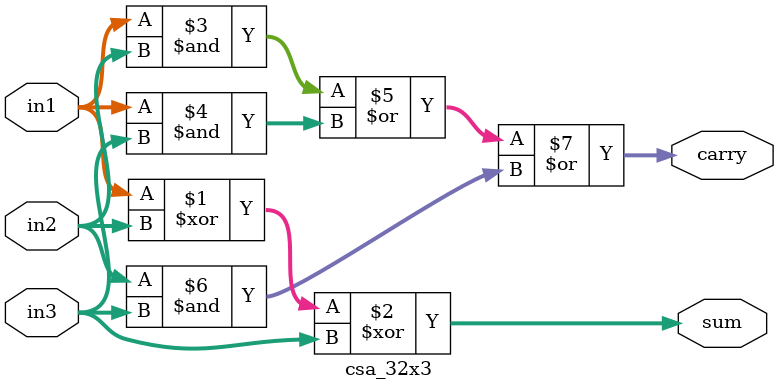
<source format=v>
/*
 * Copyright (c) 2021 Gabi Malka.
 * Licensed under the 2-clause BSD license, see LICENSE for details.
 * SPDX-License-Identifier: BSD-2-Clause
 */

// zuc core
//
//

module zuc_core (
  input wire 	      zc_clk,
  input wire 	      zc_reset,
  input wire [127:0]  zc_iv,
  input wire [127:0]  zc_key,
  input wire [7:0]    zc_cmd,
  input wire 	      zc_go, // Asserted after IK, IV are ready. Dropped after end of message input
  output wire [511:0] zc_lfsr,
  output reg 	      zc_lfsr_valid,
  output reg [31:0]   zc_keystream,
  output reg 	      zc_keystream_valid
  );

  localparam [7:0]
    ZC_CMD_CONF      = 8'h00,
    ZC_CMD_INTEG     = 8'h01;

  localparam [2:0]
    ZUC_CORE_IDLE       = 3'b000,
    ZUC_CORE_INIT       = 3'b001,
    ZUC_CORE_LFSRINIT   = 3'b010,
    ZUC_CORE_LFSRWORK   = 3'b011,
    ZUC_CORE_END        = 3'b100;

  reg [31:0] 	      lfsr_s0,lfsr_s1,lfsr_s2,lfsr_s3,lfsr_s4,lfsr_s5,lfsr_s6,lfsr_s7, 
		      lfsr_s8,lfsr_s9,lfsr_s10,lfsr_s11,lfsr_s12,lfsr_s13,lfsr_s14,lfsr_s15;
  reg [3:0] 	      zc_nstate;
  reg 		      zc_init;
  reg 		      zc_lfsrwithinit;
  
// iv & key elements
  wire [7:0] 	      zuc_iv15 = zc_iv[  7:  0];
  wire [7:0] 	      zuc_iv14 = zc_iv[ 15:  8];
  wire [7:0] 	      zuc_iv13 = zc_iv[ 23: 16];
  wire [7:0] 	      zuc_iv12 = zc_iv[ 31: 24];
  wire [7:0] 	      zuc_iv11 = zc_iv[ 39: 32];
  wire [7:0] 	      zuc_iv10 = zc_iv[ 47: 40];
  wire [7:0] 	      zuc_iv9  = zc_iv[ 55: 48];
  wire [7:0] 	      zuc_iv8  = zc_iv[ 63: 56];
  wire [7:0] 	      zuc_iv7  = zc_iv[ 71: 64];
  wire [7:0] 	      zuc_iv6  = zc_iv[ 79: 72];
  wire [7:0] 	      zuc_iv5  = zc_iv[ 87: 80];
  wire [7:0] 	      zuc_iv4  = zc_iv[ 95: 88];
  wire [7:0] 	      zuc_iv3  = zc_iv[103: 96];
  wire [7:0] 	      zuc_iv2  = zc_iv[111:104];
  wire [7:0] 	      zuc_iv1  = zc_iv[119:112];
  wire [7:0] 	      zuc_iv0  = zc_iv[127:120];

  wire [7:0] 	      zuc_k15  = zc_key[  7:  0];
  wire [7:0] 	      zuc_k14  = zc_key[ 15:  8];
  wire [7:0] 	      zuc_k13  = zc_key[ 23: 16];
  wire [7:0] 	      zuc_k12  = zc_key[ 31: 24];
  wire [7:0] 	      zuc_k11  = zc_key[ 39: 32];
  wire [7:0] 	      zuc_k10  = zc_key[ 47: 40];
  wire [7:0] 	      zuc_k9   = zc_key[ 55: 48];
  wire [7:0] 	      zuc_k8   = zc_key[ 63: 56];
  wire [7:0] 	      zuc_k7   = zc_key[ 71: 64];
  wire [7:0] 	      zuc_k6   = zc_key[ 79: 72];
  wire [7:0] 	      zuc_k5   = zc_key[ 87: 80];
  wire [7:0] 	      zuc_k4   = zc_key[ 95: 88];
  wire [7:0] 	      zuc_k3   = zc_key[103: 96];
  wire [7:0] 	      zuc_k2   = zc_key[111:104];
  wire [7:0] 	      zuc_k1   = zc_key[119:112];
  wire [7:0] 	      zuc_k0   = zc_key[127:120];

  reg 		      zc_goQ, zc_request;
  wire 		      zuc_req_validD;
  reg [5:0] 	      zc_lfsrinit_count;

  wire [31:0] br_x0, br_x1, br_x2, br_x3;
  wire [31:0] f_w_cond;

  reg [31:0] f_w, f_r1, f_r2;
  reg [31:0] f_w1, f_w2, f_u, f_ua, f_v, f_va, f_r1_D, f_r2_D;
  reg [7:0]  zuc_s00_in, zuc_s01_in, zuc_s02_in, zuc_s03_in, zuc_s10_in, zuc_s11_in, zuc_s12_in, zuc_s13_in;
  wire [7:0]  zuc_s00_out, zuc_s01_out, zuc_s02_out, zuc_s03_out, zuc_s10_out, zuc_s11_out, zuc_s12_out, zuc_s13_out;

  wire [31:0] lfsr_s15p15, lfsr_s13p17, lfsr_s10p21, lfsr_s4p20, lfsr_s0p8;
  wire [35:0] lfsr_s16_sum, lfsr_s16_carry;
  reg [35:0]  lfsr_s16_sc1;
  reg [31:0]  lfsr_s16_sc2;
  reg [4:0]   lfsr_s16_msb;
  reg [31:0]  lfsr_s16;

  wire [31:0] lfsr_sum;
  wire [31:0] lfsr_carry;
  wire [31:0] lfsr_w_cond;


//D Constants
  localparam
    zuc_d0 =  16'h44D7,
    zuc_d1 =  16'h26BC,
    zuc_d2 =  16'h626B,
    zuc_d3 =  16'h135E,
    zuc_d4 =  16'h5789,
    zuc_d5 =  16'h35E2,
    zuc_d6 =  16'h7135,
    zuc_d7 =  16'h09AF,
    zuc_d8 =  16'h4D78,
    zuc_d9 =  16'h2F13,
    zuc_d10 = 16'h6BC4,
    zuc_d11 = 16'h1AF1,
    zuc_d12 = 16'h5E26,
    zuc_d13 = 16'h3C4D,
    zuc_d14 = 16'h789A,
    zuc_d15 = 16'h47AC;


  always @(posedge zc_clk) begin
    if (zc_reset) begin
      zc_request <= 1'b0;
    end
    else begin
      zc_goQ <= zc_go;
      if (~zc_goQ && zc_go && (zc_cmd == ZC_CMD_CONF) || (zc_cmd == ZC_CMD_INTEG))
	// Start a zuc init&work flow only if valid cmd
	zc_request <= 1'b1;
      else if (zc_goQ && ~zc_go)
	zc_request <= 1'b0;
    end	
  end
  
  assign zc_lfsr = {lfsr_s0,lfsr_s1, lfsr_s2, lfsr_s3, lfsr_s4, lfsr_s5, lfsr_s6, lfsr_s7, 
		    lfsr_s8,lfsr_s9,lfsr_s10,lfsr_s11,lfsr_s12,lfsr_s13,lfsr_s14,lfsr_s15};

  
  // zuc_core ctrl:
  always @(posedge zc_clk) begin
    if (zc_reset) begin
      lfsr_s0 <= 32'h00000000;
      lfsr_s1 <= 32'h00000000;
      lfsr_s2 <= 32'h00000000;
      lfsr_s3 <= 32'h00000000;
      lfsr_s4 <= 32'h00000000;
      lfsr_s5 <= 32'h00000000;
      lfsr_s6 <= 32'h00000000;
      lfsr_s7 <= 32'h00000000;
      lfsr_s8 <= 32'h00000000;
      lfsr_s9 <= 32'h00000000;
      lfsr_s10 <= 32'h00000000;
      lfsr_s11 <= 32'h00000000;
      lfsr_s12 <= 32'h00000000;
      lfsr_s13 <= 32'h00000000;
      lfsr_s14 <= 32'h00000000;
      lfsr_s15 <= 32'h00000000;

      zc_nstate <= ZUC_CORE_IDLE;
      zc_keystream_valid <= 1'b0;
      zc_init <= 1'b0;
      zc_lfsrwithinit <= 1'b1; // Default to LFSRWithInitMode
      zc_lfsr_valid <= 1'b0;
      
    end

    else begin
      case (zc_nstate)
	ZUC_CORE_IDLE:
	  begin
	    if (zc_go) begin
	      zc_init <= 1'b1;
	      zc_nstate <= ZUC_CORE_INIT;
	    end
	  end

	ZUC_CORE_INIT:
	  // A new ZUC command is present. Start with initializing LFSR
	  begin
	    // #define MAKEU31(a, b, c) (((u32)(a) << 23) | ((u32)(b) << 8) | (u32)(c))
	    //void Initialization(u8* k, u8* iv)
	    //{
	    //u32 w, nCount;
	    //* expand key */
	    //LFSR_Si = MAKEU31(k[i], EK_d[i], iv[i]);
	    //}
	    lfsr_s0  <= {1'b0, zuc_k0, 23'b0} | {8'b0, zuc_d0, 8'b0} | {24'b0, zuc_iv0};
	    lfsr_s1  <= {1'b0, zuc_k1, 23'b0} | {8'b0, zuc_d1, 8'b0} | {24'b0, zuc_iv1};
	    lfsr_s2  <= {1'b0, zuc_k2, 23'b0} | {8'b0, zuc_d2, 8'b0} | {24'b0, zuc_iv2};
	    lfsr_s3  <= {1'b0, zuc_k3, 23'b0} | {8'b0, zuc_d3, 8'b0} | {24'b0, zuc_iv3};
	    lfsr_s4  <= {1'b0, zuc_k4, 23'b0} | {8'b0, zuc_d4, 8'b0} | {24'b0, zuc_iv4};
	    lfsr_s5  <= {1'b0, zuc_k5, 23'b0} | {8'b0, zuc_d5, 8'b0} | {24'b0, zuc_iv5};
	    lfsr_s6  <= {1'b0, zuc_k6, 23'b0} | {8'b0, zuc_d6, 8'b0} | {24'b0, zuc_iv6};
	    lfsr_s7  <= {1'b0, zuc_k7, 23'b0} | {8'b0, zuc_d7, 8'b0} | {24'b0, zuc_iv7};
	    lfsr_s8  <= {1'b0, zuc_k8, 23'b0} | {8'b0, zuc_d8, 8'b0} | {24'b0, zuc_iv8};
	    lfsr_s9  <= {1'b0, zuc_k9, 23'b0} | {8'b0, zuc_d9, 8'b0} | {24'b0, zuc_iv9};
	    lfsr_s10  <= {1'b0, zuc_k10, 23'b0} | {8'b0, zuc_d10, 8'b0} | {24'b0, zuc_iv10};
	    lfsr_s11  <= {1'b0, zuc_k11, 23'b0} | {8'b0, zuc_d11, 8'b0} | {24'b0, zuc_iv11};
	    lfsr_s12  <= {1'b0, zuc_k12, 23'b0} | {8'b0, zuc_d12, 8'b0} | {24'b0, zuc_iv12};
	    lfsr_s13  <= {1'b0, zuc_k13, 23'b0} | {8'b0, zuc_d13, 8'b0} | {24'b0, zuc_iv13};
	    lfsr_s14  <= {1'b0, zuc_k14, 23'b0} | {8'b0, zuc_d14, 8'b0} | {24'b0, zuc_iv14};
	    lfsr_s15  <= {1'b0, zuc_k15, 23'b0} | {8'b0, zuc_d15, 8'b0} | {24'b0, zuc_iv15};
	    zc_lfsr_valid <= 1'b1;
	    zc_lfsrinit_count <= 6'd32; // 32 init iterations + 1 prework iteration
	    zc_init <= 1'b0;
	    zc_lfsrwithinit <= 1'b1;
	    zc_nstate <= ZUC_CORE_LFSRINIT;
	  end

	ZUC_CORE_LFSRINIT:
	  begin
	    lfsr_s0  <= lfsr_s1;
	    lfsr_s1  <= lfsr_s2;
	    lfsr_s2  <= lfsr_s3;
	    lfsr_s3  <= lfsr_s4;
	    lfsr_s4  <= lfsr_s5;
	    lfsr_s5  <= lfsr_s6;
	    lfsr_s6  <= lfsr_s7;
	    lfsr_s7  <= lfsr_s8;
	    lfsr_s8  <= lfsr_s9;
	    lfsr_s9  <= lfsr_s10;
	    lfsr_s10 <= lfsr_s11;
	    lfsr_s11 <= lfsr_s12;
	    lfsr_s12 <= lfsr_s13;
	    lfsr_s13 <= lfsr_s14;
	    lfsr_s14 <= lfsr_s15;
	    if (lfsr_s16 == 0)
	      lfsr_s15 <= 32'h7fffffff;
	    else
	      lfsr_s15 <= lfsr_s16;

	    if (zc_lfsrinit_count > 0)
	      begin
		if (zc_lfsrinit_count == 1)
		  begin
		    // The 33th iteration: f_w should be ignored
		    zc_lfsrwithinit <= 1'b0;
		    
		    // Module test mode: Almost_end of LFSR init. Sample lfsr to fifo_out
		    zc_lfsr_valid <= 1'b1;
		  end
		else
		  zc_lfsr_valid <= 1'b0;


		zc_lfsrinit_count <= zc_lfsrinit_count - 1;
		zc_nstate <= ZUC_CORE_LFSRINIT;
	      end
	    else
	      begin
		zc_lfsr_valid <= 1'b0;
		zc_nstate <= ZUC_CORE_LFSRWORK;
	      end
	  end

	ZUC_CORE_LFSRWORK:
	  begin
	    zc_lfsr_valid <= 1'b0;
	    lfsr_s0  <= lfsr_s1;
	    lfsr_s1  <= lfsr_s2;
	    lfsr_s2  <= lfsr_s3;
	    lfsr_s3  <= lfsr_s4;
	    lfsr_s4  <= lfsr_s5;
	    lfsr_s5  <= lfsr_s6;
	    lfsr_s6  <= lfsr_s7;
	    lfsr_s7  <= lfsr_s8;
	    lfsr_s8  <= lfsr_s9;
	    lfsr_s9  <= lfsr_s10;
	    lfsr_s10 <= lfsr_s11;
	    lfsr_s11 <= lfsr_s12;
	    lfsr_s12 <= lfsr_s13;
	    lfsr_s13 <= lfsr_s14;
	    lfsr_s14 <= lfsr_s15;
	    if (lfsr_s16 == 0)
	      lfsr_s15 <= 32'h7fffffff;
	    else
	      lfsr_s15 <= lfsr_s16;

	    if (zc_go)
	      zc_keystream_valid <= 1'b1;
	    else
	      begin
		zc_keystream_valid <= 1'b0;
		zc_nstate <= ZUC_CORE_END;
	      end
	  end

	ZUC_CORE_END:
	  begin
	    zc_lfsr_valid <= 1'b0;
	    zc_nstate <= ZUC_CORE_IDLE;
	  end

	default:
	  begin
	  end
      endcase




    end // else: !if(zc_reset)
  end

  
  
// Bit Reorganization:
//void BR(unsigned int LFSR_S[], unsigned int BR_X[])
//{
// 	BR_X[0] = ((LFSR_S[15] & 0x7fff8000) << 1) | (LFSR_S[14] & 0x0000ffff);
//        BR_X[1] = ((LFSR_S[11] & 0x0000ffff) << 16) | ((LFSR_S[9] & 0x7fff8000) >> 15);
//        BR_X[2] = ((LFSR_S[7] & 0x0000ffff) << 16) | ((LFSR_S[5] & 0x7fff8000) >> 15);
//        BR_X[3] = ((LFSR_S[2] & 0x0000ffff) << 16) | ((LFSR_S[0] & 0x7fff8000) >> 15);
//}
//
//* BitReorganization */
//void BitReorganization()
//{
//BRC_X0 = ((LFSR_S15 & 0x7FFF8000) << 1) | (LFSR_S14 & 0xFFFF);
//BRC_X1 = ((LFSR_S11 & 0xFFFF) << 16) | (LFSR_S9 >> 15);
//BRC_X2 = ((LFSR_S7 & 0xFFFF) << 16) | (LFSR_S5 >> 15);
//BRC_X3 = ((LFSR_S2 & 0xFFFF) << 16) | (LFSR_S0 >> 15);
//}

  assign br_x0 = {lfsr_s15[30:15], lfsr_s14[15:0]};
  assign br_x1 = {lfsr_s11[15:0],  lfsr_s9[30:15]};
  assign br_x2 = {lfsr_s7[15:0],   lfsr_s5[30:15]};
  assign br_x3 = {lfsr_s2[15:0],   lfsr_s0[30:15]};


// ZUC L1/L2 Functions
//#define ROT(a, k) (((a) << k) | ((a) >> (32 - k)))
//  function rotl;
//    input ina, inb;
//    begin
//      rotl = (ina << inb) | (ina >> (32 - inb));
//    end
//  endfunction // rotl

//u32 L1(u32 X)
//{
//return (X ^ ROT(X, 2) ^ ROT(X, 10) ^ ROT(X, 18) ^ ROT(X, 24));
//}
//  function zuc_l1;
//    input ina;
//    begin
//      zuc_l1 = ina ^ rotl(ina, 2) ^ rotl(ina, 10) ^ rotl(ina, 18) ^ rotl(ina, 24);
//    end
//  endfunction // zuc_l1
//
//u32 L2(u32 X)
//{
//return (X ^ ROT(X, 8) ^ ROT(X, 14) ^ ROT(X, 22) ^ ROT(X, 30));
//}
//  function zuc_l2;
//    input ina;
//    begin
//      zuc_l2 = ina ^ rotl(ina, 8) ^ rotl(ina, 14) ^ rotl(ina, 22) ^ rotl(ina, 30);
//    end
//  endfunction // zuc_l2
  
// ZUC F nonlinear function
//u32 F()
//{
//u32 W, W1, W2, u, v;
//W = (BRC_X0 ^ F_R1) + F_R2;
//W1 = F_R1 + BRC_X1;
//W2 = F_R2 ^ BRC_X2;
//u = L1((W1 << 16) | (W2 >> 16));
//v = L2((W2 << 16) | (W1 >> 16));
//F_R1 = MAKEU32(S0[u >> 24], S1[(u >> 16) & 0xFF],
//S0[(u >> 8) & 0xFF], S1[u & 0xFF]);
//F_R2 = MAKEU32(S0[v >> 24], S1[(v >> 16) & 0xFF],
//S0[(v >> 8) & 0xFF], S1[v & 0xFF]);
//return W;
//}
//
//	
//unsigned int F(unsigned int BR_X[], unsigned int F_R[])
//{
//        unsigned int W, W1, W2;
//
//	W = (BR_X[0] ^ F_R[0]) + F_R[1];
//      W1 = F_R[0] + BR_X[1];
//	W2 = F_R[1] ^ BR_X[2];
//      F_R[0] = L1((W1 << 16) | (W2 >> 16));
//	F_R[0] = (ZUC_S0[(F_R[0] >> 24) & 0xFF]) << 24 | (ZUC_S1[(F_R[0] >> 16) & 0xFF]) << 16 | (ZUC_S0[(F_R[0] >> 8) & 0xFF]) << 8 | (ZUC_S1[F_R[0] & 0xFF]);
//      F_R[1] = L2((W2 << 16) | (W1 >> 16));
//      F_R[1] = (ZUC_S0[(F_R[1] >> 24) & 0xFF]) << 24 | (ZUC_S1[(F_R[1] >> 16) & 0xFF]) << 16 | (ZUC_S0[(F_R[1] >> 8) & 0xFF]) << 8 | (ZUC_S1[F_R[1] & 0xFF]);
//
//	return W;
//};

  // F() function
  // F() critical path:
  // f_r_Q ==> 2 operands add ==> 5 operands xor ==> S-boxes lookup ==> f_r_D.   
  always @(*) begin
    f_w1 = f_r1 + br_x1;
    f_w2 = f_r2 ^ br_x2;
    f_w  = (br_x0 ^ f_r1) + f_r2;

    ////  rotl = (ina << inb) | (ina >> (32 - inb));
    ////  zuc_l1 = ina ^ rotl(ina, 2) ^ rotl(ina, 10) ^ rotl(ina, 18) ^ rotl(ina, 24);
    // f_u = zuc_l1({f_w1[15:0], f_w2[31:16]});
    f_ua = {f_w1[15:0], f_w2[31:16]};
    f_u = f_ua ^ {f_ua[29:0], f_ua[31:30]} ^ {f_ua[21:0], f_ua[31:22]} ^ {f_ua[13:0], f_ua[31:14]} ^ {f_ua[7:0], f_ua[31:8]};
    //
    // f_v = zuc_l2({f_w2[15:0], f_w1[31:16]});
    //  zuc_l2 = ina ^ rotl(ina, 8) ^ rotl(ina, 14) ^ rotl(ina, 22) ^ rotl(ina, 30);
    f_va = {f_w2[15:0], f_w1[31:16]};
    f_v = f_va ^ {f_va[23:0], f_va[31:24]} ^ {f_va[17:0], f_va[31:18]} ^ {f_va[9:0], f_va[31:10]} ^ {f_va[1:0], f_va[31:2]};
    
    // S-boxes lookup:
    zuc_s00_in = f_u[31:24];
    zuc_s01_in = f_u[15:8];
    zuc_s02_in = f_v[31:24];
    zuc_s03_in = f_v[15:8];
    zuc_s10_in = f_u[23:16];
    zuc_s11_in = f_u[7:0];
    zuc_s12_in = f_v[23:16];
    zuc_s13_in = f_v[7:0];
//    f_r1_D = {ZUC_S0[f_u >> 24) & 0xFF] << 24,
//	        ZUC_S1[f_u >> 16) & 0xFF] << 16, 
//	        ZUC_S0[f_u >>  8) & 0xFF] <<  8, 
//	        ZUC_S1[f_u        & 0xFF]};
//    f_r2_D = {ZUC_S0[f_v >> 24) & 0xFF] << 24, 
//	        ZUC_S1[f_v >> 16) & 0xFF] << 16, 
//	        ZUC_S0[f_v >>  8) & 0xFF] <<  8, 
//	        ZUC_S1[f_v        & 0xFF]};
    f_r1_D = {zuc_s00_out, zuc_s10_out, zuc_s01_out, zuc_s11_out};
    f_r2_D = {zuc_s02_out, zuc_s12_out, zuc_s03_out, zuc_s13_out};
  end
  

  always @(posedge zc_clk) begin
    if (zc_reset) begin
      f_r1 <= 32'h00000000;
      f_r2 <= 32'h00000000;
    end
    else begin
      zc_keystream <= br_x3 ^ ((br_x0 ^ f_r1) + f_r2);
      if (zc_init)
	begin
	  f_r1 <= 32'h00000000;
	  f_r2 <= 32'h00000000;
	end
      else
	begin
	  f_r1 <= f_r1_D;
	  f_r2 <= f_r2_D;
	end
    end	
  end

  
// SBOX. Four separate instantiations per each S0 and S1 arrays, to allow 4 concurrent lookup operations to either of S0 and S1
// See F() for the various lookups details
// Distributed ROMs:
sbox_s0 zuc_s00 (
  .a(zuc_s00_in),      // input wire [7 : 0] a
  .spo(zuc_s00_out)  // output wire [7 : 0] spo
);
sbox_s0 zuc_s01 (
  .a(zuc_s01_in),      // input wire [7 : 0] a
  .spo(zuc_s01_out)  // output wire [7 : 0] spo
);
sbox_s0 zuc_s02 (
  .a(zuc_s02_in),      // input wire [7 : 0] a
  .spo(zuc_s02_out)  // output wire [7 : 0] spo
);
sbox_s0 zuc_s03 (
  .a(zuc_s03_in),      // input wire [7 : 0] a
  .spo(zuc_s03_out)  // output wire [7 : 0] spo
);

sbox_s1 zuc_s10 (
  .a(zuc_s10_in),      // input wire [7 : 0] a
  .spo(zuc_s10_out)  // output wire [7 : 0] spo
);  
sbox_s1 zuc_s11 (
  .a(zuc_s11_in),      // input wire [7 : 0] a
  .spo(zuc_s11_out)  // output wire [7 : 0] spo
);  
sbox_s1 zuc_s12 (
  .a(zuc_s12_in),      // input wire [7 : 0] a
  .spo(zuc_s12_out)  // output wire [7 : 0] spo
);  
sbox_s1 zuc_s13 (
  .a(zuc_s13_in),      // input wire [7 : 0] a
  .spo(zuc_s13_out)  // output wire [7 : 0] spo
);  

// LFSR
//LFSRWithInitialisationMode(u) {
//1. v=2p15s15+2p17s13+2p21s10+2p20s4+(1+2p8)s0 mod (2p31-1);
//2. s16=(v+u) mod (231-1);
//3. If s16=0, then set s16=2p31-1;
//4. (s1,s2, …,s15,s16)→(s0,s1, …,s14,s15).
//}
// Step 1 can be implemented as:
// v=(s15<<<15)+(s13<<<17)+(s10<<<21)+(s4<<<20)+(s0 <<<8)+s0 mod (2p31-1)


//
//unsigned int PowMod(unsigned int x, unsigned int k)
//{
//        return (((x << k) | (x >> (31 - k))) & 0x7fffffff);
//}
//
//#define MulByPow2(x, k) ((((x) << k) | ((x) >> (31 - k))) & 0x7FFFFFFF)
//  function mulPow2;
//    input ina, inb;
//    begin
//      mulPow2 = ((ina << inb) | (ina >> (31 - inb))) & 32'h7FFFFFFF;
//    end
//  endfunction // mulPow2
  
//* c = a + b mod (2^31 ¡V 1) */
//u32 AddM(u32 a, u32 b)
//{
//u32 c = a + b;
//return (c & 0x7FFFFFFF) + (c >> 31);
//}
//  function addMod;
//    input ina, inb;
//    begin
//      // TBD: Verify tha >> do logic shift rather than arith shift 
//      addMod = ((ina + inb) & 32'h7FFFFFFF) + ((ina + inb) >> 31);
//    end
//  endfunction // addMod

//  mulPow2 = ((ina << inb) | (ina >> (31 - inb))) & 32'h7FFFFFFF;
//
////  assign lfsr_s15p15 = {1'b0, lfsr_s15[15:0], lfsr_s15[31:17]};
//  assign lfsr_s15p15 = mulPow2(lfsr_s15, 15);
  assign lfsr_s15p15 = ((lfsr_s15 << 15) | (lfsr_s15 >> 16)) & 32'h7FFFFFFF;
//  assign lfsr_s13p17 = mulPow2(lfsr_s13, 17);
  assign lfsr_s13p17 = ((lfsr_s13 << 17) | (lfsr_s13 >> 14)) & 32'h7FFFFFFF;
//  assign lfsr_s10p21 = mulPow2(lfsr_s10, 21);
  assign lfsr_s10p21 = ((lfsr_s10 << 21) | (lfsr_s10 >> 10)) & 32'h7FFFFFFF;
//  assign lfsr_s4p20  = mulPow2(lfsr_s4, 20);
  assign lfsr_s4p20 = ((lfsr_s4 << 20) | (lfsr_s4 >> 11)) & 32'h7FFFFFFF;
//  assign lfsr_s0p8   = mulPow2(lfsr_s0, 8);
  assign lfsr_s0p8 = ((lfsr_s0 << 8) | (lfsr_s0 >> 23)) & 32'h7FFFFFFF;


  // lfsr_s16 calculation, using 7-input csa                                    //void LFSRWithInitialisationMode(u32 u)
//{
//u32 f, v;
//f = LFSR_S0;
//v = MulByPow2(LFSR_S0, 8);
//f = AddM(f, v);
//v = MulByPow2(LFSR_S4, 20);
//f = AddM(f, v);
//v = MulByPow2(LFSR_S10, 21);
//f = AddM(f, v);
//v = MulByPow2(LFSR_S13, 17);
//f = AddM(f, v);
//v = MulByPow2(LFSR_S15, 15);
//f = AddM(f, v);
//f = AddM(f, u);                                                               //}
  
      
// MOD addition special case:
// ==========================

// The EEA-128 specification suggests to implement the 7-operand addition with the following flow: 
//u32 f, v;
//f = LFSR_S0;
//v = MulByPow2(LFSR_S0, 8);
//f = AddM(f, v);
//v = MulByPow2(LFSR_S4, 20);
//f = AddM(f, v);
//v = MulByPow2(LFSR_S10, 21);
//f = AddM(f, v);
//v = MulByPow2(LFSR_S13, 17);
//f = AddM(f, v);
//v = MulByPow2(LFSR_S15, 15);
//f = AddM(f, v);
//f = AddM(f, W);
//}

// Following the above flow means doing MOD after each addition, which doubles number of additions, to total 12 additions.
// To relax the 7-operand addition, a regular 7 operand addition, using 7-input CSA,  followed by a single MOD operation.

// The MOD scheme, as prposed by the EEIA-128 spec is:
// (a+b) MOD (2^31 -1) = ((a + b) & 32'h7FFFFFFF) + ((a + b) >> 31);

// Yet, unfortunately, this MOD scheme do not work in the single MOD scheme.
// A counter example is described below, followed by a resolution.

// Test Case: A confidentiality message
//=====================================
// header[415:288] = key[127:0] = CK[15]-CK[0] = 290af0709404607a1d730350ba143d17
// header[287:160] = IV[127:0] = iv[15]-iv[0] = 00000078925403660000007892540366
// message[191:0] = flipped_IBS[191:0] = 5875b20bd675d96f9025fe0c9752fa735552ab6cf65340
// Keystream, length 6: ca3e0c86 19aed798 a66b77e2 b077a16a 05379169 307bf97a
// IBS length: 0xc0 bits == 0x18 == 24 bytes
// IBS: 6cf65340   735552ab   0c9752fa   6f9025fe   0bd675d9   005875b2
// OBS: a6c85fc6   6afb8533   aafc2518   dfe78494   0ee1e4b0   30238cc8
//
//
// While handling the above message, the second LFSRinit iteration, fails to add the following 7 operands:
// lfsr_s13p17=1ea6bc03
// lfsr_s13p17=530c776b
// lfsr_s13p17=340015e2
// lfsr_s13p17=325286bc
// lfsr_s13p17=200036bc
// lfsr_s13p17=26bc033d
// lfsr_s13p17=5d8b20ba
// Actual result before MOD: 17C4D2ABF
// Since the result is truncated into a 32bit, the MOD scheme do not modify the result, thus the final sum is 7C4D2ABF.
// On the other hand, using the reference C code (provided by the EEIA-128 spec, the expected result should be: 7C4D2AC1
//
// While analyzing this diff, it is obvious that the result before MOD have the 33th bit asserted.
// This 'carry' bit is a result of adding multiple numbers, without intermmediate MOD operations, thus possibly ending with a too high sum result to fit into 32bit
//
// To resolve this, and still do only a single MOD, the addition is stored into a wider register, such that maintaining all the possible carry value.
// Theoretically, adding 7 numbers of 31 bits each, may end with extra 3 carry bits.
// For example, adding 7 numbers, each the maximum 31bit value:
// sum[33:0] = 7fffffff x 7 = 37FFFFFF9
// In this extreme example there are 3 carry bits, [33:31], beyond the added 31bit operands.
//
// So, a proper single MOD operation will be:
// 1. sum[33:0] = 7-oprands-adder();
// 2. MOD(sum[31:0], 2^31 - 1) = {0, sum[30:0]} + {29'h0000000, sum[33:31]}
// 
  
  // MOD addition 
  // Unlike implemented in ZUC C rereference, whis is:
  // (((a + b) mod M) + d mod M) + ...) mod M 
  // a more timing-friendly implementation is implemented:
  // (a mod M + b mod M + c mod M + ...) mod M
  // Notice that in zuc implementation, all operands are 'mod M' anyway
  // Proof Source: https://www.khanacademy.org/computing/computer-science/cryptography/modarithmetic/a/modular-addition-and-subtraction

  assign f_w_cond = zc_lfsrwithinit ? {1'b0, f_w[31:1]} : 32'h00000000;

  csa_32x7 csa_32x7(
		    .in1({4'h0, lfsr_s15p15}),
		    .in2({4'h0, lfsr_s13p17}),
		    .in3({4'h0, lfsr_s10p21}),
		    .in4({4'h0, lfsr_s4p20}),
		    .in5({4'h0, lfsr_s0p8}),
		    .in6({4'h0, lfsr_s0}),
		    .in7({4'h0, f_w_cond}),
		    .sum(lfsr_s16_sum),
		    .carry(lfsr_s16_carry)
		    );
  always @(*)
	   begin
	     lfsr_s16_sc1 = lfsr_s16_sum + {lfsr_s16_carry[34:0], 1'b0};
	     lfsr_s16_sc2 = {1'b0, lfsr_s16_sc1[30:0]};
	     lfsr_s16_msb = lfsr_s16_sc1[35:31];
	     lfsr_s16 = lfsr_s16_sc2 + {27'h0000000, lfsr_s16_msb[4:0]};
	   end
  
endmodule

// 7-input carry save adder
module csa_32x7(
                input wire [35:0]  in1,
        	input wire [35:0]  in2,
                input wire [35:0]  in3,
                input wire [35:0]  in4,
                input wire [35:0]  in5,
                input wire [35:0]  in6,
                input wire [35:0]  in7,
                output wire [35:0] sum,
                output wire [35:0] carry
                );

  wire [35:0] 			   sum1;
  wire [35:0] 			   sum2;
  wire [35:0] 			   sum3;
  wire [35:0]                      sum4;
  wire [35:0]                      carry1;
  wire [35:0]                      carry2;
  wire [35:0]                      carry3;
  wire [35:0]                      carry4;

  csa_32x3 csa_32x3_1(
                      .in1(in1),
                      .in2(in2),
                      .in3(in3),
                      .sum(sum1),
                      .carry(carry1)
                      );

  csa_32x3 csa_32x3_2(
                      .in1(in4),
                      .in2(in5),
                      .in3(in6),
                      .sum(sum2),
                      .carry(carry2)
                      );
  
  csa_32x3 csa_32x3_3(
                      .in1(sum1),
                      .in2(sum2),
                      .in3({carry1[34:0], 1'b0}),
                      .sum(sum3),
                      .carry(carry3)
                      );
  
  csa_32x3 csa_32x3_4(
                      .in1(sum3),
                      .in2({carry2[34:0], 1'b0}),
                      .in3({carry3[34:0], 1'b0}),
                      .sum(sum4),
                      .carry(carry4)
                      );
  
  csa_32x3 csa_32x3_5(
                      .in1(in7),
                      .in2(sum4),
                      .in3({carry4[34:0], 1'b0}),
                      .sum(sum),
                      .carry(carry)
                      );
  
endmodule // csa_32x6


module csa_32x3(
                input wire [35:0]  in1,
		input wire [35:0]  in2,
                input wire [35:0]  in3,
                output wire [35:0] sum,
                output wire [35:0] carry
                );

  assign sum = in1 ^ in2 ^ in3;
  assign carry = in1 & in2 | in1 & in3 | in2 & in3;
  
endmodule // csa_32x3      


</source>
